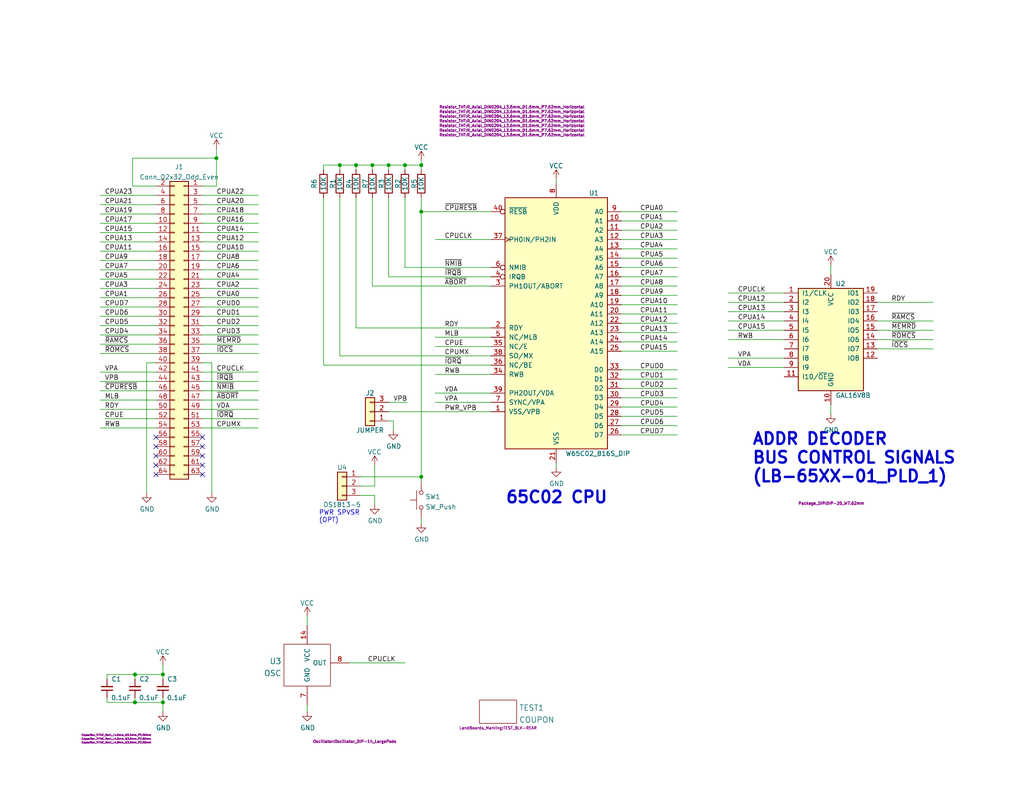
<source format=kicad_sch>
(kicad_sch (version 20231120) (generator "eeschema") (generator_version "8.0")
  (paper "A")
  (title_block (title "LB-65CXX-01") (date "2024-08-22") (rev "2") (company "Land Boards LLC"))
  (lib_symbols
    (symbol "Connector_Generic:Conn_01x03" (pin_names (offset 1.016) hide)
      (property "Reference" "J" (at 0 5.08 0))
      (property "Value" "Conn_01x03" (at 0 -5.08 0))
      (symbol "Conn_01x03_1_1"
        (rectangle (start -1.27 -2.413) (end 0 -2.667) (stroke (width 0.1524)))
        (rectangle (start -1.27 0.127) (end 0 -0.127) (stroke (width 0.1524)))
        (rectangle (start -1.27 2.667) (end 0 2.413) (stroke (width 0.1524)))
        (rectangle (start -1.27 3.81) (end 1.27 -3.81) (stroke (width 0.254)) (fill (type background)))
        (pin passive line (at -5.08 2.54 0) (length 3.81) (name "Pin_1") (number "1"))
        (pin passive line (at -5.08 0 0) (length 3.81) (name "Pin_2") (number "2"))
        (pin passive line (at -5.08 -2.54 0) (length 3.81) (name "Pin_3") (number "3"))
      )
    )
    (symbol "Connector_Generic:Conn_02x32_Odd_Even" (pin_names (offset 1.016) hide)
      (property "Reference" "J" (at 1.27 40.64 0))
      (property "Value" "Conn_02x32_Odd_Even" (at 1.27 -43.18 0))
      (symbol "Conn_02x32_Odd_Even_1_1"
        (rectangle (start -1.27 -40.513) (end 0 -40.767) (stroke (width 0.1524)))
        (rectangle (start -1.27 -37.973) (end 0 -38.227) (stroke (width 0.1524)))
        (rectangle (start -1.27 -35.433) (end 0 -35.687) (stroke (width 0.1524)))
        (rectangle (start -1.27 -32.893) (end 0 -33.147) (stroke (width 0.1524)))
        (rectangle (start -1.27 -30.353) (end 0 -30.607) (stroke (width 0.1524)))
        (rectangle (start -1.27 -27.813) (end 0 -28.067) (stroke (width 0.1524)))
        (rectangle (start -1.27 -25.273) (end 0 -25.527) (stroke (width 0.1524)))
        (rectangle (start -1.27 -22.733) (end 0 -22.987) (stroke (width 0.1524)))
        (rectangle (start -1.27 -20.193) (end 0 -20.447) (stroke (width 0.1524)))
        (rectangle (start -1.27 -17.653) (end 0 -17.907) (stroke (width 0.1524)))
        (rectangle (start -1.27 -15.113) (end 0 -15.367) (stroke (width 0.1524)))
        (rectangle (start -1.27 -12.573) (end 0 -12.827) (stroke (width 0.1524)))
        (rectangle (start -1.27 -10.033) (end 0 -10.287) (stroke (width 0.1524)))
        (rectangle (start -1.27 -7.493) (end 0 -7.747) (stroke (width 0.1524)))
        (rectangle (start -1.27 -4.953) (end 0 -5.207) (stroke (width 0.1524)))
        (rectangle (start -1.27 -2.413) (end 0 -2.667) (stroke (width 0.1524)))
        (rectangle (start -1.27 0.127) (end 0 -0.127) (stroke (width 0.1524)))
        (rectangle (start -1.27 2.667) (end 0 2.413) (stroke (width 0.1524)))
        (rectangle (start -1.27 5.207) (end 0 4.953) (stroke (width 0.1524)))
        (rectangle (start -1.27 7.747) (end 0 7.493) (stroke (width 0.1524)))
        (rectangle (start -1.27 10.287) (end 0 10.033) (stroke (width 0.1524)))
        (rectangle (start -1.27 12.827) (end 0 12.573) (stroke (width 0.1524)))
        (rectangle (start -1.27 15.367) (end 0 15.113) (stroke (width 0.1524)))
        (rectangle (start -1.27 17.907) (end 0 17.653) (stroke (width 0.1524)))
        (rectangle (start -1.27 20.447) (end 0 20.193) (stroke (width 0.1524)))
        (rectangle (start -1.27 22.987) (end 0 22.733) (stroke (width 0.1524)))
        (rectangle (start -1.27 25.527) (end 0 25.273) (stroke (width 0.1524)))
        (rectangle (start -1.27 28.067) (end 0 27.813) (stroke (width 0.1524)))
        (rectangle (start -1.27 30.607) (end 0 30.353) (stroke (width 0.1524)))
        (rectangle (start -1.27 33.147) (end 0 32.893) (stroke (width 0.1524)))
        (rectangle (start -1.27 35.687) (end 0 35.433) (stroke (width 0.1524)))
        (rectangle (start -1.27 38.227) (end 0 37.973) (stroke (width 0.1524)))
        (rectangle (start -1.27 39.37) (end 3.81 -41.91) (stroke (width 0.254)) (fill (type background)))
        (rectangle (start 3.81 -40.513) (end 2.54 -40.767) (stroke (width 0.1524)))
        (rectangle (start 3.81 -37.973) (end 2.54 -38.227) (stroke (width 0.1524)))
        (rectangle (start 3.81 -35.433) (end 2.54 -35.687) (stroke (width 0.1524)))
        (rectangle (start 3.81 -32.893) (end 2.54 -33.147) (stroke (width 0.1524)))
        (rectangle (start 3.81 -30.353) (end 2.54 -30.607) (stroke (width 0.1524)))
        (rectangle (start 3.81 -27.813) (end 2.54 -28.067) (stroke (width 0.1524)))
        (rectangle (start 3.81 -25.273) (end 2.54 -25.527) (stroke (width 0.1524)))
        (rectangle (start 3.81 -22.733) (end 2.54 -22.987) (stroke (width 0.1524)))
        (rectangle (start 3.81 -20.193) (end 2.54 -20.447) (stroke (width 0.1524)))
        (rectangle (start 3.81 -17.653) (end 2.54 -17.907) (stroke (width 0.1524)))
        (rectangle (start 3.81 -15.113) (end 2.54 -15.367) (stroke (width 0.1524)))
        (rectangle (start 3.81 -12.573) (end 2.54 -12.827) (stroke (width 0.1524)))
        (rectangle (start 3.81 -10.033) (end 2.54 -10.287) (stroke (width 0.1524)))
        (rectangle (start 3.81 -7.493) (end 2.54 -7.747) (stroke (width 0.1524)))
        (rectangle (start 3.81 -4.953) (end 2.54 -5.207) (stroke (width 0.1524)))
        (rectangle (start 3.81 -2.413) (end 2.54 -2.667) (stroke (width 0.1524)))
        (rectangle (start 3.81 0.127) (end 2.54 -0.127) (stroke (width 0.1524)))
        (rectangle (start 3.81 2.667) (end 2.54 2.413) (stroke (width 0.1524)))
        (rectangle (start 3.81 5.207) (end 2.54 4.953) (stroke (width 0.1524)))
        (rectangle (start 3.81 7.747) (end 2.54 7.493) (stroke (width 0.1524)))
        (rectangle (start 3.81 10.287) (end 2.54 10.033) (stroke (width 0.1524)))
        (rectangle (start 3.81 12.827) (end 2.54 12.573) (stroke (width 0.1524)))
        (rectangle (start 3.81 15.367) (end 2.54 15.113) (stroke (width 0.1524)))
        (rectangle (start 3.81 17.907) (end 2.54 17.653) (stroke (width 0.1524)))
        (rectangle (start 3.81 20.447) (end 2.54 20.193) (stroke (width 0.1524)))
        (rectangle (start 3.81 22.987) (end 2.54 22.733) (stroke (width 0.1524)))
        (rectangle (start 3.81 25.527) (end 2.54 25.273) (stroke (width 0.1524)))
        (rectangle (start 3.81 28.067) (end 2.54 27.813) (stroke (width 0.1524)))
        (rectangle (start 3.81 30.607) (end 2.54 30.353) (stroke (width 0.1524)))
        (rectangle (start 3.81 33.147) (end 2.54 32.893) (stroke (width 0.1524)))
        (rectangle (start 3.81 35.687) (end 2.54 35.433) (stroke (width 0.1524)))
        (rectangle (start 3.81 38.227) (end 2.54 37.973) (stroke (width 0.1524)))
        (pin passive line (at -5.08 38.1 0) (length 3.81) (name "Pin_1") (number "1"))
        (pin passive line (at 7.62 27.94 180) (length 3.81) (name "Pin_10") (number "10"))
        (pin passive line (at -5.08 25.4 0) (length 3.81) (name "Pin_11") (number "11"))
        (pin passive line (at 7.62 25.4 180) (length 3.81) (name "Pin_12") (number "12"))
        (pin passive line (at -5.08 22.86 0) (length 3.81) (name "Pin_13") (number "13"))
        (pin passive line (at 7.62 22.86 180) (length 3.81) (name "Pin_14") (number "14"))
        (pin passive line (at -5.08 20.32 0) (length 3.81) (name "Pin_15") (number "15"))
        (pin passive line (at 7.62 20.32 180) (length 3.81) (name "Pin_16") (number "16"))
        (pin passive line (at -5.08 17.78 0) (length 3.81) (name "Pin_17") (number "17"))
        (pin passive line (at 7.62 17.78 180) (length 3.81) (name "Pin_18") (number "18"))
        (pin passive line (at -5.08 15.24 0) (length 3.81) (name "Pin_19") (number "19"))
        (pin passive line (at 7.62 38.1 180) (length 3.81) (name "Pin_2") (number "2"))
        (pin passive line (at 7.62 15.24 180) (length 3.81) (name "Pin_20") (number "20"))
        (pin passive line (at -5.08 12.7 0) (length 3.81) (name "Pin_21") (number "21"))
        (pin passive line (at 7.62 12.7 180) (length 3.81) (name "Pin_22") (number "22"))
        (pin passive line (at -5.08 10.16 0) (length 3.81) (name "Pin_23") (number "23"))
        (pin passive line (at 7.62 10.16 180) (length 3.81) (name "Pin_24") (number "24"))
        (pin passive line (at -5.08 7.62 0) (length 3.81) (name "Pin_25") (number "25"))
        (pin passive line (at 7.62 7.62 180) (length 3.81) (name "Pin_26") (number "26"))
        (pin passive line (at -5.08 5.08 0) (length 3.81) (name "Pin_27") (number "27"))
        (pin passive line (at 7.62 5.08 180) (length 3.81) (name "Pin_28") (number "28"))
        (pin passive line (at -5.08 2.54 0) (length 3.81) (name "Pin_29") (number "29"))
        (pin passive line (at -5.08 35.56 0) (length 3.81) (name "Pin_3") (number "3"))
        (pin passive line (at 7.62 2.54 180) (length 3.81) (name "Pin_30") (number "30"))
        (pin passive line (at -5.08 0 0) (length 3.81) (name "Pin_31") (number "31"))
        (pin passive line (at 7.62 0 180) (length 3.81) (name "Pin_32") (number "32"))
        (pin passive line (at -5.08 -2.54 0) (length 3.81) (name "Pin_33") (number "33"))
        (pin passive line (at 7.62 -2.54 180) (length 3.81) (name "Pin_34") (number "34"))
        (pin passive line (at -5.08 -5.08 0) (length 3.81) (name "Pin_35") (number "35"))
        (pin passive line (at 7.62 -5.08 180) (length 3.81) (name "Pin_36") (number "36"))
        (pin passive line (at -5.08 -7.62 0) (length 3.81) (name "Pin_37") (number "37"))
        (pin passive line (at 7.62 -7.62 180) (length 3.81) (name "Pin_38") (number "38"))
        (pin passive line (at -5.08 -10.16 0) (length 3.81) (name "Pin_39") (number "39"))
        (pin passive line (at 7.62 35.56 180) (length 3.81) (name "Pin_4") (number "4"))
        (pin passive line (at 7.62 -10.16 180) (length 3.81) (name "Pin_40") (number "40"))
        (pin passive line (at -5.08 -12.7 0) (length 3.81) (name "Pin_41") (number "41"))
        (pin passive line (at 7.62 -12.7 180) (length 3.81) (name "Pin_42") (number "42"))
        (pin passive line (at -5.08 -15.24 0) (length 3.81) (name "Pin_43") (number "43"))
        (pin passive line (at 7.62 -15.24 180) (length 3.81) (name "Pin_44") (number "44"))
        (pin passive line (at -5.08 -17.78 0) (length 3.81) (name "Pin_45") (number "45"))
        (pin passive line (at 7.62 -17.78 180) (length 3.81) (name "Pin_46") (number "46"))
        (pin passive line (at -5.08 -20.32 0) (length 3.81) (name "Pin_47") (number "47"))
        (pin passive line (at 7.62 -20.32 180) (length 3.81) (name "Pin_48") (number "48"))
        (pin passive line (at -5.08 -22.86 0) (length 3.81) (name "Pin_49") (number "49"))
        (pin passive line (at -5.08 33.02 0) (length 3.81) (name "Pin_5") (number "5"))
        (pin passive line (at 7.62 -22.86 180) (length 3.81) (name "Pin_50") (number "50"))
        (pin passive line (at -5.08 -25.4 0) (length 3.81) (name "Pin_51") (number "51"))
        (pin passive line (at 7.62 -25.4 180) (length 3.81) (name "Pin_52") (number "52"))
        (pin passive line (at -5.08 -27.94 0) (length 3.81) (name "Pin_53") (number "53"))
        (pin passive line (at 7.62 -27.94 180) (length 3.81) (name "Pin_54") (number "54"))
        (pin passive line (at -5.08 -30.48 0) (length 3.81) (name "Pin_55") (number "55"))
        (pin passive line (at 7.62 -30.48 180) (length 3.81) (name "Pin_56") (number "56"))
        (pin passive line (at -5.08 -33.02 0) (length 3.81) (name "Pin_57") (number "57"))
        (pin passive line (at 7.62 -33.02 180) (length 3.81) (name "Pin_58") (number "58"))
        (pin passive line (at -5.08 -35.56 0) (length 3.81) (name "Pin_59") (number "59"))
        (pin passive line (at 7.62 33.02 180) (length 3.81) (name "Pin_6") (number "6"))
        (pin passive line (at 7.62 -35.56 180) (length 3.81) (name "Pin_60") (number "60"))
        (pin passive line (at -5.08 -38.1 0) (length 3.81) (name "Pin_61") (number "61"))
        (pin passive line (at 7.62 -38.1 180) (length 3.81) (name "Pin_62") (number "62"))
        (pin passive line (at -5.08 -40.64 0) (length 3.81) (name "Pin_63") (number "63"))
        (pin passive line (at 7.62 -40.64 180) (length 3.81) (name "Pin_64") (number "64"))
        (pin passive line (at -5.08 30.48 0) (length 3.81) (name "Pin_7") (number "7"))
        (pin passive line (at 7.62 30.48 180) (length 3.81) (name "Pin_8") (number "8"))
        (pin passive line (at -5.08 27.94 0) (length 3.81) (name "Pin_9") (number "9"))
      )
    )
    (symbol "Device:C_Small" (pin_numbers hide) (pin_names (offset 0.254) hide)
      (property "Reference" "C" (at 0.254 1.778 0))
      (property "Value" "C_Small" (at 0.254 -2.032 0))
      (symbol "C_Small_0_1"
        (polyline (pts (xy -1.524 -0.508) (xy 1.524 -0.508)) (stroke (width 0.3302)))
        (polyline (pts (xy -1.524 0.508) (xy 1.524 0.508)) (stroke (width 0.3048)))
      )
      (symbol "C_Small_1_1"
        (pin passive line (at 0 2.54 270) (length 2.032) (name "~") (number "1"))
        (pin passive line (at 0 -2.54 90) (length 2.032) (name "~") (number "2"))
      )
    )
    (symbol "Device:R" (pin_numbers hide) (pin_names (offset 0))
      (property "Reference" "R" (at 2.032 0 90))
      (property "Value" "R" (at 0 0 90))
      (symbol "R_0_1"
        (rectangle (start -1.016 -2.54) (end 1.016 2.54) (stroke (width 0.254)))
      )
      (symbol "R_1_1"
        (pin passive line (at 0 3.81 270) (length 1.27) (name "~") (number "1"))
        (pin passive line (at 0 -3.81 90) (length 1.27) (name "~") (number "2"))
      )
    )
    (symbol "LandBoards:COUPON" (pin_names (offset 1.016))
      (property "Reference" "COUP?" (at 0 0 0))
      (property "Value" "COUPON" (at 0 0 0))
      (symbol "COUPON_0_1"
        (rectangle (start -5.08 0) (end 5.08 6.35))
      )
    )
    (symbol "LandBoards_Semis:OSC" (pin_names (offset 1.016))
      (property "Reference" "U" (at 3.81 6.35 0))
      (property "Value" "OSC" (at 5.08 -7.62 0))
      (symbol "OSC_0_1"
        (rectangle (start 6.35 -6.35) (end -6.35 5.08))
      )
      (symbol "OSC_1_1"
        (pin power_in line (at 0 10.16 270) (length 5.08) (name "VCC") (number "14"))
        (pin power_in line (at 0 -11.43 90) (length 5.08) (name "GND") (number "7"))
        (pin output line (at 11.43 0 180) (length 5.08) (name "OUT") (number "8"))
      )
    )
    (symbol "LandBoards_Semis:W65C02_816S_DIP" (pin_names (offset 1.016))
      (property "Reference" "U" (at -13.97 35.56 0))
      (property "Value" "W65C02_816S_DIP" (at 3.81 -36.83 0))
      (symbol "W65C02_816S_DIP_0_1"
        (rectangle (start -13.97 34.29) (end 13.97 -34.29) (stroke (width 0.254)) (fill (type background)))
      )
      (symbol "W65C02_816S_DIP_1_1"
        (pin output line (at -17.78 -24.13 0) (length 3.81) (name "VSS/VPB") (number "1"))
        (pin output line (at 17.78 27.94 180) (length 3.81) (name "A1") (number "10"))
        (pin output line (at 17.78 25.4 180) (length 3.81) (name "A2") (number "11"))
        (pin output line (at 17.78 22.86 180) (length 3.81) (name "A3") (number "12"))
        (pin output line (at 17.78 20.32 180) (length 3.81) (name "A4") (number "13"))
        (pin output line (at 17.78 17.78 180) (length 3.81) (name "A5") (number "14"))
        (pin output line (at 17.78 15.24 180) (length 3.81) (name "A6") (number "15"))
        (pin output line (at 17.78 12.7 180) (length 3.81) (name "A7") (number "16"))
        (pin output line (at 17.78 10.16 180) (length 3.81) (name "A8") (number "17"))
        (pin output line (at 17.78 7.62 180) (length 3.81) (name "A9") (number "18"))
        (pin output line (at 17.78 5.08 180) (length 3.81) (name "A10") (number "19"))
        (pin input line (at -17.78 -1.27 0) (length 3.81) (name "RDY") (number "2"))
        (pin output line (at 17.78 2.54 180) (length 3.81) (name "A11") (number "20"))
        (pin power_in line (at 0 -38.1 90) (length 3.81) (name "VSS") (number "21"))
        (pin output line (at 17.78 0 180) (length 3.81) (name "A12") (number "22"))
        (pin output line (at 17.78 -2.54 180) (length 3.81) (name "A13") (number "23"))
        (pin output line (at 17.78 -5.08 180) (length 3.81) (name "A14") (number "24"))
        (pin output line (at 17.78 -7.62 180) (length 3.81) (name "A15") (number "25"))
        (pin bidirectional line (at 17.78 -30.48 180) (length 3.81) (name "D7") (number "26"))
        (pin bidirectional line (at 17.78 -27.94 180) (length 3.81) (name "D6") (number "27"))
        (pin bidirectional line (at 17.78 -25.4 180) (length 3.81) (name "D5") (number "28"))
        (pin bidirectional line (at 17.78 -22.86 180) (length 3.81) (name "D4") (number "29"))
        (pin input line (at -17.78 10.16 0) (length 3.81) (name "PH1OUT/ABORT") (number "3"))
        (pin bidirectional line (at 17.78 -20.32 180) (length 3.81) (name "D3") (number "30"))
        (pin bidirectional line (at 17.78 -17.78 180) (length 3.81) (name "D2") (number "31"))
        (pin bidirectional line (at 17.78 -15.24 180) (length 3.81) (name "D1") (number "32"))
        (pin bidirectional line (at 17.78 -12.7 180) (length 3.81) (name "D0") (number "33"))
        (pin output line (at -17.78 -13.97 0) (length 3.81) (name "RWB") (number "34"))
        (pin input line (at -17.78 -6.35 0) (length 3.81) (name "NC/E") (number "35"))
        (pin output line (at -17.78 -11.43 0) (length 3.81) (name "NC/BE") (number "36"))
        (pin input clock (at -17.78 22.86 0) (length 3.81) (name "PH0IN/PH2IN") (number "37"))
        (pin output line (at -17.78 -8.89 0) (length 3.81) (name "SO/MX") (number "38"))
        (pin output line (at -17.78 -19.05 0) (length 3.81) (name "PH2OUT/VDA") (number "39"))
        (pin input inverted (at -17.78 12.7 0) (length 3.81) (name "IRQB") (number "4"))
        (pin input inverted (at -17.78 30.48 0) (length 3.81) (name "~{RESB}") (number "40"))
        (pin output line (at -17.78 -3.81 0) (length 3.81) (name "NC/MLB") (number "5"))
        (pin input inverted (at -17.78 15.24 0) (length 3.81) (name "NMIB") (number "6"))
        (pin output line (at -17.78 -21.59 0) (length 3.81) (name "SYNC/VPA") (number "7"))
        (pin power_in line (at 0 38.1 270) (length 3.81) (name "VDD") (number "8"))
        (pin output line (at 17.78 30.48 180) (length 3.81) (name "A0") (number "9"))
      )
    )
    (symbol "Logic_Programmable:GAL16V8" (pin_names (offset 1.016))
      (property "Reference" "U" (at -8.89 16.51 0))
      (property "Value" "GAL16V8" (at 1.27 16.51 0))
      (symbol "GAL16V8_0_0"
        (pin power_in line (at 0 -17.78 90) (length 3.81) (name "GND") (number "10"))
        (pin power_in line (at 0 17.78 270) (length 3.81) (name "VCC") (number "20"))
      )
      (symbol "GAL16V8_0_1"
        (rectangle (start -8.89 13.97) (end 8.89 -13.97) (stroke (width 0.254)) (fill (type background)))
      )
      (symbol "GAL16V8_1_1"
        (pin input line (at -12.7 12.7 0) (length 3.81) (name "I1/CLK") (number "1"))
        (pin input line (at -12.7 -10.16 0) (length 3.81) (name "I10/~{OE}") (number "11"))
        (pin tri_state line (at 12.7 -5.08 180) (length 3.81) (name "IO8") (number "12"))
        (pin tri_state line (at 12.7 -2.54 180) (length 3.81) (name "IO7") (number "13"))
        (pin tri_state line (at 12.7 0 180) (length 3.81) (name "IO6") (number "14"))
        (pin tri_state line (at 12.7 2.54 180) (length 3.81) (name "IO5") (number "15"))
        (pin tri_state line (at 12.7 5.08 180) (length 3.81) (name "IO4") (number "16"))
        (pin tri_state line (at 12.7 7.62 180) (length 3.81) (name "I03") (number "17"))
        (pin tri_state line (at 12.7 10.16 180) (length 3.81) (name "IO2") (number "18"))
        (pin tri_state line (at 12.7 12.7 180) (length 3.81) (name "IO1") (number "19"))
        (pin input line (at -12.7 10.16 0) (length 3.81) (name "I2") (number "2"))
        (pin input line (at -12.7 7.62 0) (length 3.81) (name "I3") (number "3"))
        (pin input line (at -12.7 5.08 0) (length 3.81) (name "I4") (number "4"))
        (pin input line (at -12.7 2.54 0) (length 3.81) (name "I5") (number "5"))
        (pin input line (at -12.7 0 0) (length 3.81) (name "I6") (number "6"))
        (pin input line (at -12.7 -2.54 0) (length 3.81) (name "I7") (number "7"))
        (pin input line (at -12.7 -5.08 0) (length 3.81) (name "I8") (number "8"))
        (pin input line (at -12.7 -7.62 0) (length 3.81) (name "I9") (number "9"))
      )
    )
    (symbol "Switch:SW_Push" (pin_numbers hide) (pin_names (offset 1.016) hide)
      (property "Reference" "SW" (at 1.27 2.54 0))
      (property "Value" "SW_Push" (at 0 -1.524 0))
      (symbol "SW_Push_0_1"
        (circle (center -2.032 0) (radius 0.508))
        (polyline (pts (xy 0 1.27) (xy 0 3.048)))
        (polyline (pts (xy 2.54 1.27) (xy -2.54 1.27)))
        (circle (center 2.032 0) (radius 0.508))
        (pin passive line (at -5.08 0 0) (length 2.54) (name "1") (number "1"))
        (pin passive line (at 5.08 0 180) (length 2.54) (name "2") (number "2"))
      )
    )
    (symbol "power:GND" (power) (pin_names (offset 0))
      (property "Value" "GND" (at 0 -3.81 0))
      (symbol "GND_0_1"
        (polyline (pts (xy 0 0) (xy 0 -1.27) (xy 1.27 -1.27) (xy 0 -2.54) (xy -1.27 -1.27) (xy 0 -1.27)))
      )
      (symbol "GND_1_1"
        (pin power_in line (at 0 0 270) (length 0) hide (name "GND") (number "1"))
      )
    )
    (symbol "power:VCC" (power) (pin_names (offset 0))
      (property "Value" "VCC" (at 0 3.81 0))
      (symbol "VCC_0_1"
        (polyline (pts (xy -0.762 1.27) (xy 0 2.54)))
        (polyline (pts (xy 0 0) (xy 0 2.54)))
        (polyline (pts (xy 0 2.54) (xy 0.762 1.27)))
      )
      (symbol "VCC_1_1"
        (pin power_in line (at 0 0 90) (length 0) hide (name "VCC") (number "1"))
      )
    )
  )
  (junction (at 114.935 130.175))
  (junction (at 44.45 191.77))
  (junction (at 97.155 45.085))
  (junction (at 44.45 184.15))
  (junction (at 110.49 45.085))
  (junction (at 114.935 45.085))
  (junction (at 114.935 57.785))
  (junction (at 36.83 184.15))
  (junction (at 36.83 191.77))
  (junction (at 92.71 45.085))
  (junction (at 106.045 45.085))
  (junction (at 101.6 45.085))
  (junction (at 59.055 43.18))
  (no_connect (at 55.245 119.38))
  (no_connect (at 42.545 119.38))
  (no_connect (at 55.245 124.46))
  (no_connect (at 55.245 121.92))
  (no_connect (at 42.545 129.54))
  (no_connect (at 55.245 129.54))
  (no_connect (at 42.545 121.92))
  (no_connect (at 42.545 124.46))
  (no_connect (at 42.545 127))
  (no_connect (at 55.245 127))
  (wire (pts (xy 40.005 99.06) (xy 40.005 134.62)))
  (wire (pts (xy 169.545 75.565) (xy 184.785 75.565)))
  (wire (pts (xy 88.265 99.695) (xy 88.265 53.975)))
  (wire (pts (xy 198.755 100.33) (xy 213.995 100.33)))
  (wire (pts (xy 27.305 106.68) (xy 42.545 106.68)))
  (wire (pts (xy 55.245 58.42) (xy 70.485 58.42)))
  (wire (pts (xy 27.305 83.82) (xy 42.545 83.82)))
  (wire (pts (xy 44.45 185.42) (xy 44.45 184.15)))
  (wire (pts (xy 55.245 60.96) (xy 70.485 60.96)))
  (wire (pts (xy 169.545 116.205) (xy 184.785 116.205)))
  (wire (pts (xy 106.045 75.565) (xy 106.045 53.975)))
  (wire (pts (xy 59.055 50.8) (xy 59.055 43.18)))
  (wire (pts (xy 169.545 88.265) (xy 184.785 88.265)))
  (wire (pts (xy 169.545 80.645) (xy 184.785 80.645)))
  (wire (pts (xy 102.235 135.255) (xy 102.235 137.795)))
  (wire (pts (xy 55.245 76.2) (xy 70.485 76.2)))
  (wire (pts (xy 118.745 92.075) (xy 133.985 92.075)))
  (wire (pts (xy 97.155 53.975) (xy 97.155 89.535)))
  (wire (pts (xy 59.055 43.18) (xy 36.195 43.18)))
  (wire (pts (xy 44.45 190.5) (xy 44.45 191.77)))
  (wire (pts (xy 239.395 82.55) (xy 254.635 82.55)))
  (wire (pts (xy 198.755 87.63) (xy 213.995 87.63)))
  (wire (pts (xy 239.395 90.17) (xy 254.635 90.17)))
  (wire (pts (xy 55.245 81.28) (xy 70.485 81.28)))
  (wire (pts (xy 198.755 85.09) (xy 213.995 85.09)))
  (wire (pts (xy 114.935 45.085) (xy 114.935 46.355)))
  (wire (pts (xy 55.245 63.5) (xy 70.485 63.5)))
  (wire (pts (xy 114.935 141.605) (xy 114.935 142.875)))
  (wire (pts (xy 40.005 99.06) (xy 42.545 99.06)))
  (wire (pts (xy 27.305 71.12) (xy 42.545 71.12)))
  (wire (pts (xy 55.245 50.8) (xy 59.055 50.8)))
  (wire (pts (xy 118.745 94.615) (xy 133.985 94.615)))
  (wire (pts (xy 27.305 86.36) (xy 42.545 86.36)))
  (wire (pts (xy 27.305 68.58) (xy 42.545 68.58)))
  (wire (pts (xy 88.265 45.085) (xy 88.265 46.355)))
  (wire (pts (xy 36.83 190.5) (xy 36.83 191.77)))
  (wire (pts (xy 97.155 45.085) (xy 97.155 46.355)))
  (wire (pts (xy 55.245 109.22) (xy 70.485 109.22)))
  (wire (pts (xy 27.305 81.28) (xy 42.545 81.28)))
  (wire (pts (xy 27.305 60.96) (xy 42.545 60.96)))
  (wire (pts (xy 169.545 90.805) (xy 184.785 90.805)))
  (wire (pts (xy 55.245 111.76) (xy 70.485 111.76)))
  (wire (pts (xy 55.245 68.58) (xy 70.485 68.58)))
  (wire (pts (xy 59.055 43.18) (xy 59.055 40.64)))
  (wire (pts (xy 118.745 107.315) (xy 133.985 107.315)))
  (wire (pts (xy 36.195 50.8) (xy 42.545 50.8)))
  (wire (pts (xy 55.245 86.36) (xy 70.485 86.36)))
  (wire (pts (xy 226.695 110.49) (xy 226.695 113.03)))
  (wire (pts (xy 110.49 45.085) (xy 114.935 45.085)))
  (wire (pts (xy 55.245 83.82) (xy 70.485 83.82)))
  (wire (pts (xy 27.305 73.66) (xy 42.545 73.66)))
  (wire (pts (xy 151.765 48.895) (xy 151.765 50.165)))
  (wire (pts (xy 97.155 45.085) (xy 101.6 45.085)))
  (wire (pts (xy 101.6 78.105) (xy 133.985 78.105)))
  (wire (pts (xy 110.49 73.025) (xy 133.985 73.025)))
  (wire (pts (xy 239.395 95.25) (xy 254.635 95.25)))
  (wire (pts (xy 29.21 184.15) (xy 36.83 184.15)))
  (wire (pts (xy 92.71 53.975) (xy 92.71 97.155)))
  (wire (pts (xy 55.245 93.98) (xy 70.485 93.98)))
  (wire (pts (xy 169.545 62.865) (xy 184.785 62.865)))
  (wire (pts (xy 118.745 109.855) (xy 133.985 109.855)))
  (wire (pts (xy 169.545 67.945) (xy 184.785 67.945)))
  (wire (pts (xy 106.045 109.855) (xy 111.125 109.855)))
  (wire (pts (xy 55.245 53.34) (xy 70.485 53.34)))
  (wire (pts (xy 55.245 73.66) (xy 70.485 73.66)))
  (wire (pts (xy 57.785 99.06) (xy 57.785 134.62)))
  (wire (pts (xy 92.71 46.355) (xy 92.71 45.085)))
  (wire (pts (xy 101.6 45.085) (xy 106.045 45.085)))
  (wire (pts (xy 169.545 70.485) (xy 184.785 70.485)))
  (wire (pts (xy 110.49 45.085) (xy 110.49 46.355)))
  (wire (pts (xy 27.305 55.88) (xy 42.545 55.88)))
  (wire (pts (xy 106.045 114.935) (xy 107.315 114.935)))
  (wire (pts (xy 27.305 78.74) (xy 42.545 78.74)))
  (wire (pts (xy 169.545 113.665) (xy 184.785 113.665)))
  (wire (pts (xy 169.545 106.045) (xy 184.785 106.045)))
  (wire (pts (xy 27.305 88.9) (xy 42.545 88.9)))
  (wire (pts (xy 169.545 103.505) (xy 184.785 103.505)))
  (wire (pts (xy 55.245 99.06) (xy 57.785 99.06)))
  (wire (pts (xy 169.545 57.785) (xy 184.785 57.785)))
  (wire (pts (xy 151.765 126.365) (xy 151.765 127.635)))
  (wire (pts (xy 28.575 114.3) (xy 42.545 114.3)))
  (wire (pts (xy 27.305 91.44) (xy 42.545 91.44)))
  (wire (pts (xy 107.315 114.935) (xy 107.315 117.475)))
  (wire (pts (xy 106.045 45.085) (xy 110.49 45.085)))
  (wire (pts (xy 118.745 102.235) (xy 133.985 102.235)))
  (wire (pts (xy 97.155 89.535) (xy 133.985 89.535)))
  (wire (pts (xy 55.245 66.04) (xy 70.485 66.04)))
  (wire (pts (xy 98.425 132.715) (xy 102.235 132.715)))
  (wire (pts (xy 198.755 92.71) (xy 213.995 92.71)))
  (wire (pts (xy 44.45 191.77) (xy 44.45 194.31)))
  (wire (pts (xy 27.305 104.14) (xy 42.545 104.14)))
  (wire (pts (xy 169.545 95.885) (xy 184.785 95.885)))
  (wire (pts (xy 239.395 92.71) (xy 254.635 92.71)))
  (wire (pts (xy 29.21 191.77) (xy 29.21 190.5)))
  (wire (pts (xy 55.245 71.12) (xy 70.485 71.12)))
  (wire (pts (xy 36.83 185.42) (xy 36.83 184.15)))
  (wire (pts (xy 27.305 53.34) (xy 42.545 53.34)))
  (wire (pts (xy 27.305 101.6) (xy 42.545 101.6)))
  (wire (pts (xy 27.305 58.42) (xy 42.545 58.42)))
  (wire (pts (xy 36.195 43.18) (xy 36.195 50.8)))
  (wire (pts (xy 55.245 106.68) (xy 70.485 106.68)))
  (wire (pts (xy 55.245 88.9) (xy 70.485 88.9)))
  (wire (pts (xy 106.045 46.355) (xy 106.045 45.085)))
  (wire (pts (xy 36.83 184.15) (xy 44.45 184.15)))
  (wire (pts (xy 114.935 57.785) (xy 114.935 53.975)))
  (wire (pts (xy 169.545 78.105) (xy 184.785 78.105)))
  (wire (pts (xy 169.545 111.125) (xy 184.785 111.125)))
  (wire (pts (xy 114.935 57.785) (xy 114.935 130.175)))
  (wire (pts (xy 36.83 191.77) (xy 29.21 191.77)))
  (wire (pts (xy 102.235 127) (xy 102.235 132.715)))
  (wire (pts (xy 226.695 72.39) (xy 226.695 74.93)))
  (wire (pts (xy 118.745 65.405) (xy 133.985 65.405)))
  (wire (pts (xy 88.265 99.695) (xy 133.985 99.695)))
  (wire (pts (xy 98.425 130.175) (xy 114.935 130.175)))
  (wire (pts (xy 83.82 192.405) (xy 83.82 194.31)))
  (wire (pts (xy 106.045 112.395) (xy 133.985 112.395)))
  (wire (pts (xy 55.245 116.84) (xy 70.485 116.84)))
  (wire (pts (xy 55.245 104.14) (xy 70.485 104.14)))
  (wire (pts (xy 95.25 180.975) (xy 110.49 180.975)))
  (wire (pts (xy 198.755 90.17) (xy 213.995 90.17)))
  (wire (pts (xy 55.245 114.3) (xy 70.485 114.3)))
  (wire (pts (xy 27.305 111.76) (xy 42.545 111.76)))
  (wire (pts (xy 101.6 78.105) (xy 101.6 53.975)))
  (wire (pts (xy 55.245 101.6) (xy 70.485 101.6)))
  (wire (pts (xy 110.49 73.025) (xy 110.49 53.975)))
  (wire (pts (xy 169.545 93.345) (xy 184.785 93.345)))
  (wire (pts (xy 44.45 181.61) (xy 44.45 184.15)))
  (wire (pts (xy 27.305 66.04) (xy 42.545 66.04)))
  (wire (pts (xy 55.245 96.52) (xy 70.485 96.52)))
  (wire (pts (xy 198.755 97.79) (xy 213.995 97.79)))
  (wire (pts (xy 92.71 97.155) (xy 133.985 97.155)))
  (wire (pts (xy 198.755 80.01) (xy 213.995 80.01)))
  (wire (pts (xy 92.71 45.085) (xy 97.155 45.085)))
  (wire (pts (xy 55.245 78.74) (xy 70.485 78.74)))
  (wire (pts (xy 169.545 118.745) (xy 184.785 118.745)))
  (wire (pts (xy 114.935 130.175) (xy 114.935 131.445)))
  (wire (pts (xy 101.6 45.085) (xy 101.6 46.355)))
  (wire (pts (xy 27.305 96.52) (xy 42.545 96.52)))
  (wire (pts (xy 27.305 116.84) (xy 42.545 116.84)))
  (wire (pts (xy 169.545 83.185) (xy 184.785 83.185)))
  (wire (pts (xy 88.265 45.085) (xy 92.71 45.085)))
  (wire (pts (xy 55.245 55.88) (xy 70.485 55.88)))
  (wire (pts (xy 44.45 191.77) (xy 36.83 191.77)))
  (wire (pts (xy 27.305 109.22) (xy 42.545 109.22)))
  (wire (pts (xy 198.755 82.55) (xy 213.995 82.55)))
  (wire (pts (xy 114.935 43.815) (xy 114.935 45.085)))
  (wire (pts (xy 169.545 65.405) (xy 184.785 65.405)))
  (wire (pts (xy 27.305 76.2) (xy 42.545 76.2)))
  (wire (pts (xy 169.545 85.725) (xy 184.785 85.725)))
  (wire (pts (xy 27.305 93.98) (xy 42.545 93.98)))
  (wire (pts (xy 29.21 185.42) (xy 29.21 184.15)))
  (wire (pts (xy 27.305 63.5) (xy 42.545 63.5)))
  (wire (pts (xy 106.045 75.565) (xy 133.985 75.565)))
  (wire (pts (xy 83.82 168.275) (xy 83.82 170.815)))
  (wire (pts (xy 114.935 57.785) (xy 133.985 57.785)))
  (wire (pts (xy 169.545 60.325) (xy 184.785 60.325)))
  (wire (pts (xy 98.425 135.255) (xy 102.235 135.255)))
  (wire (pts (xy 169.545 73.025) (xy 184.785 73.025)))
  (wire (pts (xy 169.545 108.585) (xy 184.785 108.585)))
  (wire (pts (xy 239.395 87.63) (xy 254.635 87.63)))
  (wire (pts (xy 55.245 91.44) (xy 70.485 91.44)))
  (wire (pts (xy 169.545 100.965) (xy 184.785 100.965)))
  (text "65C02 CPU" (at 137.795 137.795 0) (effects (font (size 3.175 3.175) (thickness 0.635) (bold yes)) (justify left bottom)))
  (text "PWR SPVSR\n(OPT)" (at 86.995 142.875 0) (effects (font (size 1.27 1.27)) (justify left bottom)))
  (text "ADDR DECODER\nBUS CONTROL SIGNALS\n(LB-65XX-01_PLD_1)" (at 205.105 132.08 0) (effects (font (size 3.175 3.175) (thickness 0.635) (bold yes)) (justify left bottom)))
  (label "CPUCLK" (at 201.295 80.01 0))
  (label "VPA" (at 121.285 109.855 0))
  (label "CPUD6" (at 174.625 116.205 0))
  (label "CPUD3" (at 59.055 91.44 0))
  (label "CPUA22" (at 59.055 53.34 0))
  (label "CPUA14" (at 201.295 87.63 0))
  (label "CPUD0" (at 59.055 83.82 0))
  (label "CPUA9" (at 174.625 80.645 0))
  (label "CPUA1" (at 174.625 60.325 0))
  (label "MLB" (at 28.575 109.22 0))
  (label "~{NMIB}" (at 59.055 106.68 0))
  (label "~{ABORT}" (at 59.055 109.22 0))
  (label "CPUA12" (at 174.625 88.265 0))
  (label "~{IORQ}" (at 59.055 114.3 0))
  (label "CPUA3" (at 174.625 65.405 0))
  (label "CPUA21" (at 28.575 55.88 0))
  (label "CPUA18" (at 59.055 58.42 0))
  (label "CPUA15" (at 174.625 95.885 0))
  (label "CPUMX" (at 121.285 97.155 0))
  (label "~{RAMCS}" (at 243.205 87.63 0))
  (label "RDY" (at 121.285 89.535 0))
  (label "CPUA0" (at 59.055 81.28 0))
  (label "~{CPURESB}" (at 28.575 106.68 0))
  (label "VDA" (at 201.295 100.33 0))
  (label "CPUA1" (at 28.575 81.28 0))
  (label "~{NMIB}" (at 121.285 73.025 0))
  (label "CPUA5" (at 28.575 76.2 0))
  (label "CPUD7" (at 174.625 118.745 0))
  (label "CPUD3" (at 174.625 108.585 0))
  (label "CPUD4" (at 174.625 111.125 0))
  (label "CPUD7" (at 28.575 83.82 0))
  (label "CPUA4" (at 59.055 76.2 0))
  (label "CPUA10" (at 59.055 68.58 0))
  (label "CPUA6" (at 59.055 73.66 0))
  (label "MLB" (at 121.285 92.075 0))
  (label "CPUA8" (at 174.625 78.105 0))
  (label "CPUA11" (at 28.575 68.58 0))
  (label "~{IOCS}" (at 59.055 96.52 0))
  (label "CPUA2" (at 174.625 62.865 0))
  (label "RWB" (at 201.295 92.71 0))
  (label "CPUA12" (at 59.055 66.04 0))
  (label "CPUD1" (at 59.055 86.36 0))
  (label "VDA" (at 59.055 111.76 0))
  (label "CPUE" (at 28.575 114.3 0))
  (label "CPUA9" (at 28.575 71.12 0))
  (label "~{ROMCS}" (at 28.575 96.52 0))
  (label "~{MEMRD}" (at 59.055 93.98 0))
  (label "~{IORQ}" (at 121.285 99.695 0))
  (label "CPUD5" (at 28.575 88.9 0))
  (label "CPUA14" (at 174.625 93.345 0))
  (label "CPUD6" (at 28.575 86.36 0))
  (label "CPUA12" (at 201.295 82.55 0))
  (label "VPB" (at 107.315 109.855 0))
  (label "RWB" (at 121.285 102.235 0))
  (label "CPUA10" (at 174.625 83.185 0))
  (label "CPUA7" (at 28.575 73.66 0))
  (label "CPUA19" (at 28.575 58.42 0))
  (label "VPB" (at 28.575 104.14 0))
  (label "CPUMX" (at 59.055 116.84 0))
  (label "~{IOCS}" (at 243.205 95.25 0))
  (label "VPA" (at 28.575 101.6 0))
  (label "~{RAMCS}" (at 28.575 93.98 0))
  (label "CPUE" (at 121.285 94.615 0))
  (label "CPUD4" (at 28.575 91.44 0))
  (label "CPUA17" (at 28.575 60.96 0))
  (label "CPUA13" (at 28.575 66.04 0))
  (label "CPUD2" (at 174.625 106.045 0))
  (label "~{MEMRD}" (at 243.205 90.17 0))
  (label "CPUCLK" (at 59.055 101.6 0))
  (label "CPUA20" (at 59.055 55.88 0))
  (label "CPUA2" (at 59.055 78.74 0))
  (label "CPUA4" (at 174.625 67.945 0))
  (label "RDY" (at 28.575 111.76 0))
  (label "CPUA13" (at 174.625 90.805 0))
  (label "RWB" (at 28.575 116.84 0))
  (label "~{ROMCS}" (at 243.205 92.71 0))
  (label "CPUA6" (at 174.625 73.025 0))
  (label "CPUD2" (at 59.055 88.9 0))
  (label "CPUA7" (at 174.625 75.565 0))
  (label "~{IRQB}" (at 121.285 75.565 0))
  (label "CPUA15" (at 201.295 90.17 0))
  (label "CPUA5" (at 174.625 70.485 0))
  (label "CPUA23" (at 28.575 53.34 0))
  (label "CPUD0" (at 174.625 100.965 0))
  (label "RDY" (at 243.205 82.55 0))
  (label "CPUA11" (at 174.625 85.725 0))
  (label "PWR_VPB" (at 121.285 112.395 0))
  (label "CPUA13" (at 201.295 85.09 0))
  (label "CPUD1" (at 174.625 103.505 0))
  (label "CPUD5" (at 174.625 113.665 0))
  (label "CPUA14" (at 59.055 63.5 0))
  (label "CPUCLK" (at 121.285 65.405 0))
  (label "CPUA8" (at 59.055 71.12 0))
  (label "CPUCLK" (at 100.33 180.975 0))
  (label "~{IRQB}" (at 59.055 104.14 0))
  (label "CPUA16" (at 59.055 60.96 0))
  (label "CPUA3" (at 28.575 78.74 0))
  (label "VDA" (at 121.285 107.315 0))
  (label "VPA" (at 201.295 97.79 0))
  (label "CPUA0" (at 174.625 57.785 0))
  (label "CPUA15" (at 28.575 63.5 0))
  (label "~{CPURESB}" (at 121.285 57.785 0))
  (label "~{ABORT}" (at 121.285 78.105 0))
  (symbol (lib_id "power:GND") (at 151.765 127.635 0) (unit 1)
    (property "Reference" "#PWR0101" (effects (hide yes)))
    (property "Value" "GND" (at 151.892 132.0292 0))
  )
  (symbol (lib_id "power:VCC") (at 226.695 72.39 0) (unit 1)
    (property "Reference" "#PWR0108" (effects (hide yes)))
    (property "Value" "VCC" (at 226.695 68.7855 0))
  )
  (symbol (lib_id "Switch:SW_Push") (at 114.935 136.525 90) (unit 1)
    (property "Reference" "SW1" (at 116.078 135.6165 90) (effects (justify right)))
    (property "Value" "SW_Push" (at 116.078 138.3916 90) (effects (justify right)))
    (property "Footprint" "Button_Switch_THT:SW_PUSH_6mm_H8.5mm" (effects (hide yes)))
  )
  (symbol (lib_id "Logic_Programmable:GAL16V8") (at 226.695 92.71 0) (unit 1)
    (property "Reference" "U2" (at 227.965 77.47 0) (effects (justify left)))
    (property "Value" "GAL16V8B" (at 227.965 107.95 0) (effects (justify left)))
    (property "Footprint" "Package_DIP:DIP-20_W7.62mm" (at 226.822 137.414 0) (effects (font (size 0.762 0.762))))
  )
  (symbol (lib_id "LandBoards_Semis:OSC") (at 83.82 180.975 0) (unit 1)
    (property "Reference" "U3" (at 76.8351 180.5453 0) (effects (font (size 1.524 1.524)) (justify right)))
    (property "Value" "OSC" (at 76.8351 183.8243 0) (effects (font (size 1.524 1.524)) (justify right)))
    (property "Footprint" "Oscillator:Oscillator_DIP-14_LargePads" (at 96.774 202.438 0) (effects (font (size 0.762 0.762))))
  )
  (symbol (lib_id "Device:C_Small") (at 36.83 187.96 180) (unit 1)
    (property "Reference" "C2" (at 39.37 185.42 0))
    (property "Value" "0.1uF" (at 40.64 190.5 0))
    (property "Footprint" "Capacitor_THT:C_Rect_L4.0mm_W2.5mm_P2.50mm" (at 31.75 200.66 0) (effects (font (size 0.508 0.508))))
  )
  (symbol (lib_id "Device:R") (at 106.045 50.165 0) (unit 1)
    (property "Reference" "R3" (at 104.14 50.165 90))
    (property "Value" "10K" (at 106.045 50.165 90))
    (property "Footprint" "Resistor_THT:R_Axial_DIN0204_L3.6mm_D1.6mm_P7.62mm_Horizontal" (at 139.7 33.02 0) (effects (font (size 0.762 0.762))))
    (property "Datasheet" "https://www.mouser.com/ProductDetail/Xicon/299-2.2K-RC?qs=QaPBMFBEHz3RDbXknTj%252ByA%3D%3D" (effects (hide yes)))
  )
  (symbol (lib_id "power:GND") (at 44.45 194.31 0) (unit 1)
    (property "Reference" "#PWR0106" (effects (hide yes)))
    (property "Value" "GND" (at 44.577 198.7042 0))
  )
  (symbol (lib_id "power:GND") (at 226.695 113.03 0) (unit 1)
    (property "Reference" "#PWR0109" (effects (hide yes)))
    (property "Value" "GND" (at 226.822 117.4242 0))
  )
  (symbol (lib_id "power:GND") (at 102.235 137.795 0) (unit 1)
    (property "Reference" "#PWR0118" (effects (hide yes)))
    (property "Value" "GND" (at 102.362 142.1892 0))
  )
  (symbol (lib_id "power:GND") (at 57.785 134.62 0) (unit 1)
    (property "Reference" "#PWR0102" (effects (hide yes)))
    (property "Value" "GND" (at 57.912 139.0142 0))
  )
  (symbol (lib_id "power:VCC") (at 151.765 48.895 0) (unit 1)
    (property "Reference" "#PWR0103" (effects (hide yes)))
    (property "Value" "VCC" (at 151.765 45.2905 0))
  )
  (symbol (lib_id "Device:C_Small") (at 44.45 187.96 180) (unit 1)
    (property "Reference" "C3" (at 46.99 185.42 0))
    (property "Value" "0.1uF" (at 48.26 190.5 0))
    (property "Footprint" "Capacitor_THT:C_Rect_L4.0mm_W2.5mm_P2.50mm" (at 31.75 202.692 0) (effects (font (size 0.508 0.508))))
  )
  (symbol (lib_id "LandBoards_Semis:W65C02_816S_DIP") (at 151.765 88.265 0) (unit 1)
    (property "Reference" "U1" (at 160.655 52.705 0) (effects (justify left)))
    (property "Value" "W65C02_816S_DIP" (at 154.305 123.825 0) (effects (justify left)))
    (property "Footprint" "Package_DIP:DIP-40_W15.24mm_LongPads" (effects (hide yes)))
  )
  (symbol (lib_id "Device:R") (at 101.6 50.165 0) (unit 1)
    (property "Reference" "R7" (at 99.695 50.165 90))
    (property "Value" "10K" (at 101.6 50.165 90))
    (property "Footprint" "Resistor_THT:R_Axial_DIN0204_L3.6mm_D1.6mm_P7.62mm_Horizontal" (at 139.7 36.83 0) (effects (font (size 0.762 0.762))))
    (property "Datasheet" "https://www.mouser.com/ProductDetail/Xicon/299-2.2K-RC?qs=QaPBMFBEHz3RDbXknTj%252ByA%3D%3D" (effects (hide yes)))
  )
  (symbol (lib_id "Device:R") (at 110.49 50.165 0) (unit 1)
    (property "Reference" "R2" (at 108.585 50.165 90))
    (property "Value" "10K" (at 110.49 50.165 90))
    (property "Footprint" "Resistor_THT:R_Axial_DIN0204_L3.6mm_D1.6mm_P7.62mm_Horizontal" (at 139.7 34.29 0) (effects (font (size 0.762 0.762))))
    (property "Datasheet" "https://www.mouser.com/ProductDetail/Xicon/299-2.2K-RC?qs=QaPBMFBEHz3RDbXknTj%252ByA%3D%3D" (effects (hide yes)))
  )
  (symbol (lib_id "Device:R") (at 97.155 50.165 0) (unit 1)
    (property "Reference" "R4" (at 95.25 50.165 90))
    (property "Value" "10K" (at 97.155 50.165 90))
    (property "Footprint" "Resistor_THT:R_Axial_DIN0204_L3.6mm_D1.6mm_P7.62mm_Horizontal" (at 139.7 30.48 0) (effects (font (size 0.762 0.762))))
    (property "Datasheet" "https://www.mouser.com/ProductDetail/Xicon/299-2.2K-RC?qs=QaPBMFBEHz3RDbXknTj%252ByA%3D%3D" (effects (hide yes)))
  )
  (symbol (lib_id "power:VCC") (at 44.45 181.61 0) (unit 1)
    (property "Reference" "#PWR0107" (effects (hide yes)))
    (property "Value" "VCC" (at 44.45 178.0055 0))
  )
  (symbol (lib_id "Device:C_Small") (at 29.21 187.96 180) (unit 1)
    (property "Reference" "C1" (at 31.75 185.42 0))
    (property "Value" "0.1uF" (at 33.02 190.5 0))
    (property "Footprint" "Capacitor_THT:C_Rect_L4.0mm_W2.5mm_P2.50mm" (at 31.75 201.676 0) (effects (font (size 0.508 0.508))))
  )
  (symbol (lib_id "LandBoards:COUPON") (at 135.89 197.485 0) (unit 1)
    (property "Reference" "TEST1" (at 141.605 193.2453 0) (effects (font (size 1.524 1.524)) (justify left)))
    (property "Value" "COUPON" (at 141.605 196.5243 0) (effects (font (size 1.524 1.524)) (justify left)))
    (property "Footprint" "LandBoards_Marking:TEST_BLK-REAR" (at 135.89 198.755 0) (effects (font (size 0.762 0.762))))
  )
  (symbol (lib_id "Connector_Generic:Conn_01x03") (at 100.965 112.395 180) (unit 1)
    (property "Reference" "J2" (at 100.965 107.315 0))
    (property "Value" "JUMPER" (at 100.965 117.475 0))
    (property "Footprint" "Connector_PinHeader_2.54mm:PinHeader_1x03_P2.54mm_Vertical" (effects (hide yes)))
  )
  (symbol (lib_id "power:VCC") (at 114.935 43.815 0) (unit 1)
    (property "Reference" "#PWR0112" (effects (hide yes)))
    (property "Value" "VCC" (at 114.935 40.2105 0))
  )
  (symbol (lib_id "power:VCC") (at 83.82 168.275 0) (unit 1)
    (property "Reference" "#PWR0110" (effects (hide yes)))
    (property "Value" "VCC" (at 83.82 164.6705 0))
  )
  (symbol (lib_id "Connector_Generic:Conn_02x32_Odd_Even") (at 50.165 88.9 0) (mirror y) (unit 1)
    (property "Reference" "J1" (at 48.895 45.5635 0))
    (property "Value" "Conn_02x32_Odd_Even" (at 48.895 48.3386 0))
    (property "Footprint" "LandBoards_Conns:PinHeader_2x32_P2.54mm_Horizontal-FLIPPED" (effects (hide yes)))
  )
  (symbol (lib_id "Connector_Generic:Conn_01x03") (at 93.345 132.715 0) (mirror y) (unit 1)
    (property "Reference" "U4" (at 93.345 127.635 0))
    (property "Value" "DS1813-5" (at 93.345 137.795 0))
    (property "Footprint" "Package_TO_SOT_THT:TO-92" (effects (hide yes)))
    (property "Datasheet" "https://www.mouser.com/c/?q=DS1813-5" (effects (hide yes)))
  )
  (symbol (lib_id "power:GND") (at 114.935 142.875 0) (unit 1)
    (property "Reference" "#PWR0113" (effects (hide yes)))
    (property "Value" "GND" (at 115.062 147.2692 0))
  )
  (symbol (lib_id "power:GND") (at 107.315 117.475 0) (unit 1)
    (property "Reference" "#PWR0114" (effects (hide yes)))
    (property "Value" "GND" (at 107.442 121.8692 0))
  )
  (symbol (lib_id "Device:R") (at 92.71 50.165 0) (unit 1)
    (property "Reference" "R1" (at 90.805 50.165 90))
    (property "Value" "10K" (at 92.71 50.165 90))
    (property "Footprint" "Resistor_THT:R_Axial_DIN0204_L3.6mm_D1.6mm_P7.62mm_Horizontal" (at 139.7 31.75 0) (effects (font (size 0.762 0.762))))
    (property "Datasheet" "https://www.mouser.com/ProductDetail/Xicon/299-2.2K-RC?qs=QaPBMFBEHz3RDbXknTj%252ByA%3D%3D" (effects (hide yes)))
  )
  (symbol (lib_id "power:GND") (at 40.005 134.62 0) (unit 1)
    (property "Reference" "#PWR0105" (effects (hide yes)))
    (property "Value" "GND" (at 40.132 139.0142 0))
  )
  (symbol (lib_id "power:VCC") (at 59.055 40.64 0) (unit 1)
    (property "Reference" "#PWR0104" (effects (hide yes)))
    (property "Value" "VCC" (at 59.055 37.0355 0))
  )
  (symbol (lib_id "power:VCC") (at 102.235 127 0) (unit 1)
    (property "Reference" "#PWR0117" (effects (hide yes)))
    (property "Value" "VCC" (at 102.235 123.3955 0))
  )
  (symbol (lib_id "power:GND") (at 83.82 194.31 0) (unit 1)
    (property "Reference" "#PWR0111" (effects (hide yes)))
    (property "Value" "GND" (at 83.947 198.7042 0))
  )
  (symbol (lib_id "Device:R") (at 88.265 50.165 0) (unit 1)
    (property "Reference" "R6" (at 85.725 50.165 90))
    (property "Value" "10K" (at 88.265 50.165 90))
    (property "Footprint" "Resistor_THT:R_Axial_DIN0204_L3.6mm_D1.6mm_P7.62mm_Horizontal" (at 139.7 29.21 0) (effects (font (size 0.762 0.762))))
    (property "Datasheet" "https://www.mouser.com/ProductDetail/Xicon/299-2.2K-RC?qs=QaPBMFBEHz3RDbXknTj%252ByA%3D%3D" (effects (hide yes)))
  )
  (symbol (lib_id "Device:R") (at 114.935 50.165 0) (unit 1)
    (property "Reference" "R5" (at 113.03 50.165 90))
    (property "Value" "10K" (at 114.935 50.165 90))
    (property "Footprint" "Resistor_THT:R_Axial_DIN0204_L3.6mm_D1.6mm_P7.62mm_Horizontal" (at 139.7 35.56 0) (effects (font (size 0.762 0.762))))
    (property "Datasheet" "https://www.mouser.com/ProductDetail/Xicon/299-2.2K-RC?qs=QaPBMFBEHz3RDbXknTj%252ByA%3D%3D" (effects (hide yes)))
  )
)
</source>
